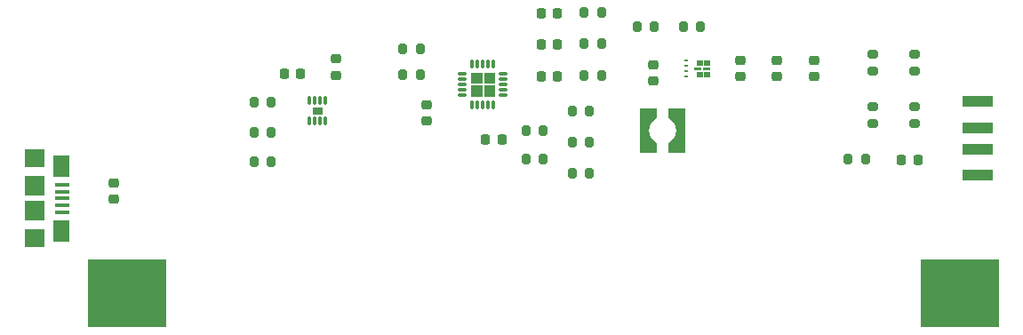
<source format=gbr>
%TF.GenerationSoftware,KiCad,Pcbnew,7.0.10*%
%TF.CreationDate,2025-04-27T19:33:47+02:00*%
%TF.ProjectId,projekt,70726f6a-656b-4742-9e6b-696361645f70,rev?*%
%TF.SameCoordinates,Original*%
%TF.FileFunction,Paste,Top*%
%TF.FilePolarity,Positive*%
%FSLAX46Y46*%
G04 Gerber Fmt 4.6, Leading zero omitted, Abs format (unit mm)*
G04 Created by KiCad (PCBNEW 7.0.10) date 2025-04-27 19:33:47*
%MOMM*%
%LPD*%
G01*
G04 APERTURE LIST*
G04 Aperture macros list*
%AMRoundRect*
0 Rectangle with rounded corners*
0 $1 Rounding radius*
0 $2 $3 $4 $5 $6 $7 $8 $9 X,Y pos of 4 corners*
0 Add a 4 corners polygon primitive as box body*
4,1,4,$2,$3,$4,$5,$6,$7,$8,$9,$2,$3,0*
0 Add four circle primitives for the rounded corners*
1,1,$1+$1,$2,$3*
1,1,$1+$1,$4,$5*
1,1,$1+$1,$6,$7*
1,1,$1+$1,$8,$9*
0 Add four rect primitives between the rounded corners*
20,1,$1+$1,$2,$3,$4,$5,0*
20,1,$1+$1,$4,$5,$6,$7,0*
20,1,$1+$1,$6,$7,$8,$9,0*
20,1,$1+$1,$8,$9,$2,$3,0*%
%AMFreePoly0*
4,1,19,2.150000,-1.200000,1.177922,-1.200000,1.064578,-1.003895,0.918917,-0.830439,0.745359,-0.684899,0.549174,-0.571693,0.336318,-0.494257,0.113252,-0.454942,-0.113252,-0.454942,-0.336318,-0.494257,-0.549174,-0.571693,-0.745359,-0.684899,-0.918917,-0.830439,-1.064578,-1.003895,-1.177922,-1.200000,-2.150000,-1.200000,-2.150000,0.400000,2.150000,0.400000,2.150000,-1.200000,2.150000,-1.200000,
$1*%
%AMFreePoly1*
4,1,19,-1.064578,1.003895,-0.918917,0.830439,-0.745359,0.684899,-0.549174,0.571693,-0.336318,0.494257,-0.113252,0.454942,0.113252,0.454942,0.336318,0.494257,0.549174,0.571693,0.745359,0.684899,0.918917,0.830439,1.064578,1.003895,1.177922,1.200000,2.150000,1.200000,2.150000,-0.400000,-2.150000,-0.400000,-2.150000,1.200000,-1.177922,1.200000,-1.064578,1.003895,-1.064578,1.003895,
$1*%
G04 Aperture macros list end*
%ADD10C,0.010000*%
%ADD11RoundRect,0.200000X0.200000X0.275000X-0.200000X0.275000X-0.200000X-0.275000X0.200000X-0.275000X0*%
%ADD12R,7.460000X6.470000*%
%ADD13RoundRect,0.218750X-0.218750X-0.256250X0.218750X-0.256250X0.218750X0.256250X-0.218750X0.256250X0*%
%ADD14RoundRect,0.200000X-0.200000X-0.275000X0.200000X-0.275000X0.200000X0.275000X-0.200000X0.275000X0*%
%ADD15RoundRect,0.225000X0.250000X-0.225000X0.250000X0.225000X-0.250000X0.225000X-0.250000X-0.225000X0*%
%ADD16FreePoly0,90.000000*%
%ADD17FreePoly1,90.000000*%
%ADD18RoundRect,0.033750X-0.101250X0.346250X-0.101250X-0.346250X0.101250X-0.346250X0.101250X0.346250X0*%
%ADD19RoundRect,0.225000X-0.250000X0.225000X-0.250000X-0.225000X0.250000X-0.225000X0.250000X0.225000X0*%
%ADD20R,1.350000X0.400000*%
%ADD21R,1.600000X2.100000*%
%ADD22R,1.900000X1.800000*%
%ADD23R,1.900000X1.900000*%
%ADD24RoundRect,0.200000X0.275000X-0.200000X0.275000X0.200000X-0.275000X0.200000X-0.275000X-0.200000X0*%
%ADD25RoundRect,0.225000X0.225000X0.250000X-0.225000X0.250000X-0.225000X-0.250000X0.225000X-0.250000X0*%
%ADD26RoundRect,0.065000X0.355000X0.065000X-0.355000X0.065000X-0.355000X-0.065000X0.355000X-0.065000X0*%
%ADD27RoundRect,0.065000X0.065000X0.355000X-0.065000X0.355000X-0.065000X-0.355000X0.065000X-0.355000X0*%
%ADD28R,2.880000X1.120000*%
%ADD29R,0.450000X0.250000*%
G04 APERTURE END LIST*
%TO.C,U1*%
D10*
X148785000Y-71882500D02*
X147965000Y-71882500D01*
X147965000Y-71322500D01*
X148785000Y-71322500D01*
X148785000Y-71882500D01*
G36*
X148785000Y-71882500D02*
G01*
X147965000Y-71882500D01*
X147965000Y-71322500D01*
X148785000Y-71322500D01*
X148785000Y-71882500D01*
G37*
%TO.C,U3*%
X165255000Y-70190000D02*
X164295000Y-70190000D01*
X164295000Y-69230000D01*
X165255000Y-69230000D01*
X165255000Y-70190000D01*
G36*
X165255000Y-70190000D02*
G01*
X164295000Y-70190000D01*
X164295000Y-69230000D01*
X165255000Y-69230000D01*
X165255000Y-70190000D01*
G37*
X165255000Y-68970000D02*
X164295000Y-68970000D01*
X164295000Y-68010000D01*
X165255000Y-68010000D01*
X165255000Y-68970000D01*
G36*
X165255000Y-68970000D02*
G01*
X164295000Y-68970000D01*
X164295000Y-68010000D01*
X165255000Y-68010000D01*
X165255000Y-68970000D01*
G37*
X164035000Y-70190000D02*
X163075000Y-70190000D01*
X163075000Y-69230000D01*
X164035000Y-69230000D01*
X164035000Y-70190000D01*
G36*
X164035000Y-70190000D02*
G01*
X163075000Y-70190000D01*
X163075000Y-69230000D01*
X164035000Y-69230000D01*
X164035000Y-70190000D01*
G37*
X164035000Y-68970000D02*
X163075000Y-68970000D01*
X163075000Y-68010000D01*
X164035000Y-68010000D01*
X164035000Y-68970000D01*
G36*
X164035000Y-68970000D02*
G01*
X163075000Y-68970000D01*
X163075000Y-68010000D01*
X164035000Y-68010000D01*
X164035000Y-68970000D01*
G37*
%TO.C,U2*%
X185736000Y-68325000D02*
X185261000Y-68325000D01*
X185261000Y-67975000D01*
X185736000Y-67975000D01*
X185736000Y-68325000D01*
G36*
X185736000Y-68325000D02*
G01*
X185261000Y-68325000D01*
X185261000Y-67975000D01*
X185736000Y-67975000D01*
X185736000Y-68325000D01*
G37*
X185736000Y-67700000D02*
X185111000Y-67700000D01*
X185111000Y-67500000D01*
X185736000Y-67500000D01*
X185736000Y-67700000D01*
G36*
X185736000Y-67700000D02*
G01*
X185111000Y-67700000D01*
X185111000Y-67500000D01*
X185736000Y-67500000D01*
X185736000Y-67700000D01*
G37*
X185736000Y-67225000D02*
X185261000Y-67225000D01*
X185261000Y-66875000D01*
X185736000Y-66875000D01*
X185736000Y-67225000D01*
G36*
X185736000Y-67225000D02*
G01*
X185261000Y-67225000D01*
X185261000Y-66875000D01*
X185736000Y-66875000D01*
X185736000Y-67225000D01*
G37*
X185061000Y-68325000D02*
X184586000Y-68325000D01*
X184586000Y-67975000D01*
X185061000Y-67975000D01*
X185061000Y-68325000D01*
G36*
X185061000Y-68325000D02*
G01*
X184586000Y-68325000D01*
X184586000Y-67975000D01*
X185061000Y-67975000D01*
X185061000Y-68325000D01*
G37*
X185061000Y-67225000D02*
X184586000Y-67225000D01*
X184586000Y-66875000D01*
X185061000Y-66875000D01*
X185061000Y-67225000D01*
G36*
X185061000Y-67225000D02*
G01*
X184586000Y-67225000D01*
X184586000Y-66875000D01*
X185061000Y-66875000D01*
X185061000Y-67225000D01*
G37*
X184911000Y-67700000D02*
X184286000Y-67700000D01*
X184286000Y-67500000D01*
X184911000Y-67500000D01*
X184911000Y-67700000D01*
G36*
X184911000Y-67700000D02*
G01*
X184286000Y-67700000D01*
X184286000Y-67500000D01*
X184911000Y-67500000D01*
X184911000Y-67700000D01*
G37*
%TD*%
D11*
%TO.C,R2*%
X144000000Y-76500000D03*
X142350000Y-76500000D03*
%TD*%
D12*
%TO.C,BT1*%
X130265000Y-89000000D03*
X209605000Y-89000000D03*
%TD*%
D13*
%TO.C,D1*%
X169712500Y-68400000D03*
X171287500Y-68400000D03*
%TD*%
D11*
%TO.C,R1*%
X144000000Y-73650000D03*
X142350000Y-73650000D03*
%TD*%
D14*
%TO.C,R16*%
X173825000Y-62300000D03*
X175475000Y-62300000D03*
%TD*%
D11*
%TO.C,R9*%
X158200000Y-68200000D03*
X156550000Y-68200000D03*
%TD*%
%TO.C,RT1*%
X174325000Y-71700000D03*
X172675000Y-71700000D03*
%TD*%
D15*
%TO.C,C1*%
X150200000Y-68250000D03*
X150200000Y-66700000D03*
%TD*%
%TO.C,C5*%
X129000000Y-80075000D03*
X129000000Y-78525000D03*
%TD*%
D14*
%TO.C,R15*%
X173825000Y-65255000D03*
X175475000Y-65255000D03*
%TD*%
D11*
%TO.C,R6*%
X169925000Y-73500000D03*
X168275000Y-73500000D03*
%TD*%
D14*
%TO.C,R14*%
X173825000Y-68300000D03*
X175475000Y-68300000D03*
%TD*%
D11*
%TO.C,R10*%
X158200000Y-65700000D03*
X156550000Y-65700000D03*
%TD*%
D16*
%TO.C,L1*%
X179550000Y-73500000D03*
D17*
X183050000Y-73500000D03*
%TD*%
D18*
%TO.C,U1*%
X149125000Y-70617500D03*
X148625000Y-70617500D03*
X148125000Y-70617500D03*
X147625000Y-70617500D03*
X147625000Y-72587500D03*
X148125000Y-72587500D03*
X148625000Y-72587500D03*
X149125000Y-72587500D03*
%TD*%
D19*
%TO.C,C8*%
X158800000Y-71025000D03*
X158800000Y-72575000D03*
%TD*%
D15*
%TO.C,C3*%
X180400000Y-68775000D03*
X180400000Y-67225000D03*
%TD*%
D11*
%TO.C,R4*%
X184925000Y-63650000D03*
X183275000Y-63650000D03*
%TD*%
D13*
%TO.C,D4*%
X204012500Y-76300000D03*
X205587500Y-76300000D03*
%TD*%
D11*
%TO.C,R3*%
X144000000Y-70800000D03*
X142350000Y-70800000D03*
%TD*%
D14*
%TO.C,R5*%
X168275000Y-76200000D03*
X169925000Y-76200000D03*
%TD*%
D11*
%TO.C,R7*%
X180525000Y-63650000D03*
X178875000Y-63650000D03*
%TD*%
D20*
%TO.C,J5*%
X124115500Y-78680750D03*
X124115500Y-79330750D03*
X124115500Y-79980750D03*
X124115500Y-80630750D03*
X124115500Y-81280750D03*
D21*
X123990500Y-76880750D03*
X123990500Y-83080750D03*
D22*
X121440500Y-76180750D03*
D23*
X121440500Y-78780750D03*
X121440500Y-81180750D03*
D22*
X121440500Y-83780750D03*
%TD*%
D24*
%TO.C,R13*%
X205300000Y-67850000D03*
X205300000Y-66200000D03*
%TD*%
D25*
%TO.C,C2*%
X146775000Y-68100000D03*
X145225000Y-68100000D03*
%TD*%
D11*
%TO.C,R17*%
X200625000Y-76260000D03*
X198975000Y-76260000D03*
%TD*%
D25*
%TO.C,C9*%
X165975000Y-74400000D03*
X164425000Y-74400000D03*
%TD*%
D19*
%TO.C,C4*%
X188700000Y-66825000D03*
X188700000Y-68375000D03*
%TD*%
%TO.C,C7*%
X192200000Y-66850000D03*
X192200000Y-68400000D03*
%TD*%
D24*
%TO.C,R12*%
X205300000Y-72850000D03*
X205300000Y-71200000D03*
%TD*%
D14*
%TO.C,TH1*%
X172675000Y-77600000D03*
X174325000Y-77600000D03*
%TD*%
D11*
%TO.C,RT2*%
X174325000Y-74600000D03*
X172675000Y-74600000D03*
%TD*%
D13*
%TO.C,D3*%
X169712500Y-62340000D03*
X171287500Y-62340000D03*
%TD*%
D26*
%TO.C,U3*%
X166100000Y-70100000D03*
X166100000Y-69600000D03*
X166100000Y-69100000D03*
X166100000Y-68600000D03*
X166100000Y-68100000D03*
D27*
X165165000Y-67165000D03*
X164665000Y-67165000D03*
X164165000Y-67165000D03*
X163665000Y-67165000D03*
X163165000Y-67165000D03*
D26*
X162230000Y-68100000D03*
X162230000Y-68600000D03*
X162230000Y-69100000D03*
X162230000Y-69600000D03*
X162230000Y-70100000D03*
D27*
X163165000Y-71035000D03*
X163665000Y-71035000D03*
X164165000Y-71035000D03*
X164665000Y-71035000D03*
X165165000Y-71035000D03*
%TD*%
D24*
%TO.C,R8*%
X201300000Y-72850000D03*
X201300000Y-71200000D03*
%TD*%
D28*
%TO.C,J4*%
X211335000Y-77765250D03*
X211335000Y-75265250D03*
X211335000Y-73265250D03*
X211335000Y-70765250D03*
%TD*%
D19*
%TO.C,C6*%
X195700000Y-66850000D03*
X195700000Y-68400000D03*
%TD*%
D29*
%TO.C,U2*%
X183561000Y-66850000D03*
X183561000Y-67350000D03*
X183561000Y-67850000D03*
X183561000Y-68350000D03*
%TD*%
D24*
%TO.C,R11*%
X201300000Y-67850000D03*
X201300000Y-66200000D03*
%TD*%
D13*
%TO.C,D2*%
X169712500Y-65300000D03*
X171287500Y-65300000D03*
%TD*%
M02*

</source>
